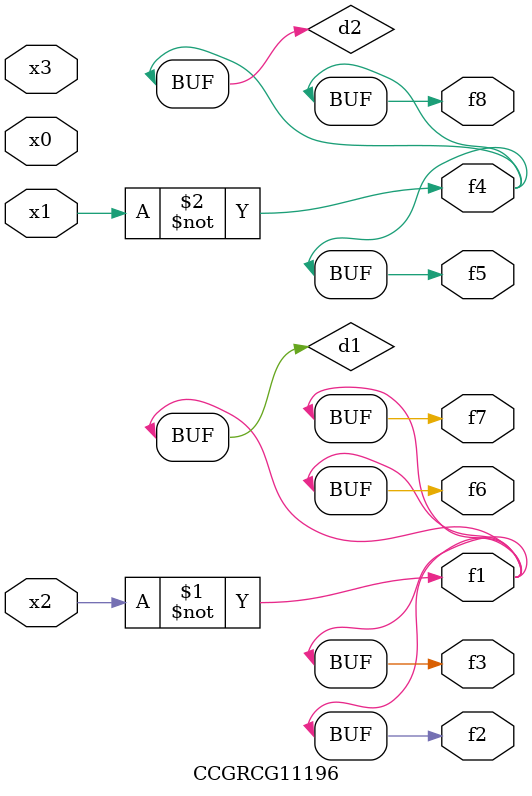
<source format=v>
module CCGRCG11196(
	input x0, x1, x2, x3,
	output f1, f2, f3, f4, f5, f6, f7, f8
);

	wire d1, d2;

	xnor (d1, x2);
	not (d2, x1);
	assign f1 = d1;
	assign f2 = d1;
	assign f3 = d1;
	assign f4 = d2;
	assign f5 = d2;
	assign f6 = d1;
	assign f7 = d1;
	assign f8 = d2;
endmodule

</source>
